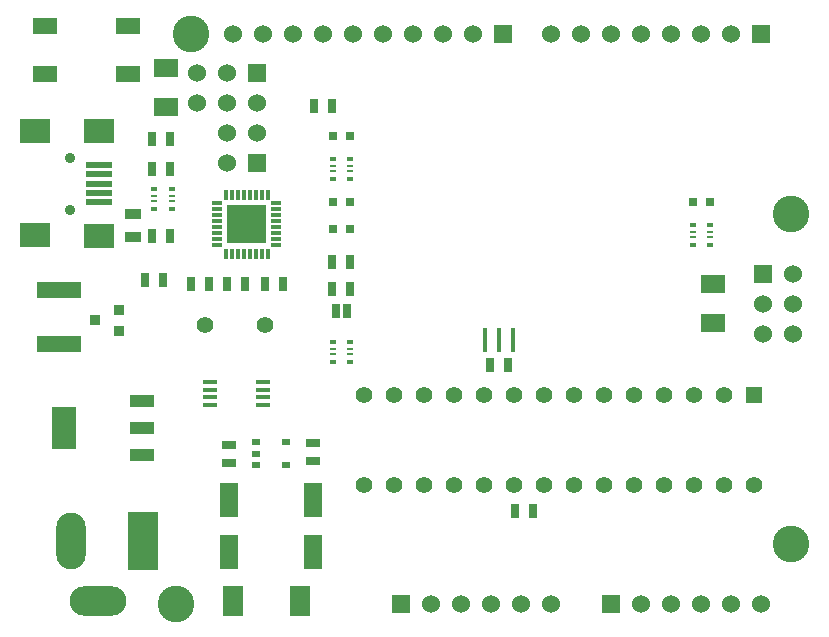
<source format=gts>
G04 (created by PCBNEW (2013-07-07 BZR 4022)-stable) date Sun 28 Jul 2013 01:55:30 PM NZST*
%MOIN*%
G04 Gerber Fmt 3.4, Leading zero omitted, Abs format*
%FSLAX34Y34*%
G01*
G70*
G90*
G04 APERTURE LIST*
%ADD10C,0.00590551*%
%ADD11R,0.06X0.06*%
%ADD12C,0.06*%
%ADD13C,0.0354*%
%ADD14R,0.0984X0.0787*%
%ADD15R,0.0906X0.0197*%
%ADD16R,0.0787402X0.0551181*%
%ADD17R,0.03X0.02*%
%ADD18R,0.08X0.144*%
%ADD19R,0.08X0.04*%
%ADD20R,0.15X0.055*%
%ADD21R,0.08X0.06*%
%ADD22R,0.025X0.045*%
%ADD23R,0.045X0.025*%
%ADD24R,0.0314X0.0314*%
%ADD25C,0.056*%
%ADD26R,0.07X0.1*%
%ADD27C,0.055*%
%ADD28R,0.055X0.055*%
%ADD29R,0.015748X0.0787402*%
%ADD30R,0.063X0.1181*%
%ADD31R,0.05X0.016*%
%ADD32R,0.055X0.035*%
%ADD33R,0.036X0.036*%
%ADD34R,0.019685X0.0167323*%
%ADD35R,0.019685X0.00984252*%
%ADD36O,0.0984252X0.189*%
%ADD37R,0.0984252X0.19685*%
%ADD38O,0.189X0.0984252*%
%ADD39R,0.037874X0.017874*%
%ADD40R,0.017874X0.037874*%
%ADD41R,0.0708661X0.0708661*%
%ADD42C,0.122*%
G04 APERTURE END LIST*
G54D10*
G54D11*
X18200Y-12300D03*
G54D12*
X18200Y-13300D03*
X17200Y-12300D03*
X17200Y-13300D03*
X16200Y-12300D03*
X16200Y-13300D03*
G54D13*
X11950Y-16866D03*
X11950Y-15134D03*
G54D14*
X10769Y-17732D03*
X10769Y-14248D03*
X12934Y-17752D03*
X12934Y-14248D03*
G54D15*
X12934Y-16000D03*
X12934Y-15685D03*
X12934Y-15370D03*
X12934Y-16315D03*
X12934Y-16630D03*
G54D16*
X13877Y-12337D03*
X13877Y-10762D03*
X11122Y-10762D03*
X11122Y-12337D03*
G54D17*
X18150Y-24625D03*
X18150Y-25375D03*
X19150Y-24625D03*
X18150Y-25000D03*
X19150Y-25375D03*
G54D18*
X11750Y-24150D03*
G54D19*
X14350Y-24150D03*
X14350Y-23250D03*
X14350Y-25050D03*
G54D20*
X11600Y-19550D03*
X11600Y-21350D03*
G54D21*
X33400Y-19350D03*
X33400Y-20650D03*
X15150Y-13450D03*
X15150Y-12150D03*
G54D22*
X20700Y-19500D03*
X21300Y-19500D03*
X20700Y-18600D03*
X21300Y-18600D03*
X15300Y-14500D03*
X14700Y-14500D03*
G54D23*
X17250Y-25300D03*
X17250Y-24700D03*
G54D22*
X18450Y-19350D03*
X19050Y-19350D03*
G54D23*
X20050Y-24650D03*
X20050Y-25250D03*
G54D22*
X14450Y-19200D03*
X15050Y-19200D03*
X26800Y-26900D03*
X27400Y-26900D03*
X16600Y-19350D03*
X16000Y-19350D03*
X15300Y-15500D03*
X14700Y-15500D03*
X15300Y-17750D03*
X14700Y-17750D03*
X25950Y-22050D03*
X26550Y-22050D03*
G54D11*
X18200Y-15300D03*
G54D12*
X17200Y-15300D03*
X18200Y-14300D03*
X17200Y-14300D03*
G54D24*
X21295Y-16600D03*
X20705Y-16600D03*
X20705Y-14400D03*
X21295Y-14400D03*
X21295Y-17500D03*
X20705Y-17500D03*
X32705Y-16600D03*
X33295Y-16600D03*
G54D22*
X20812Y-20250D03*
X21187Y-20250D03*
G54D25*
X16450Y-20700D03*
X18450Y-20700D03*
G54D26*
X17370Y-29900D03*
X19630Y-29900D03*
G54D27*
X33750Y-23050D03*
X32750Y-23050D03*
X31750Y-23050D03*
X30750Y-23050D03*
X29750Y-23050D03*
X28750Y-23050D03*
X27750Y-23050D03*
X26750Y-23050D03*
X25750Y-23050D03*
X24750Y-23050D03*
X23750Y-23050D03*
X22750Y-23050D03*
X21750Y-23050D03*
G54D28*
X34750Y-23050D03*
G54D27*
X21750Y-26050D03*
X22750Y-26050D03*
X23750Y-26050D03*
X24750Y-26050D03*
X25750Y-26050D03*
X26750Y-26050D03*
X27750Y-26050D03*
X28750Y-26050D03*
X29750Y-26050D03*
X30750Y-26050D03*
X31750Y-26050D03*
X32750Y-26050D03*
X33750Y-26050D03*
X34750Y-26050D03*
G54D29*
X26250Y-21200D03*
X26722Y-21200D03*
X25777Y-21200D03*
G54D30*
X17250Y-26534D03*
X17250Y-28266D03*
X20050Y-26534D03*
X20050Y-28266D03*
G54D31*
X18375Y-23385D03*
X18375Y-23130D03*
X18375Y-22870D03*
X18375Y-22615D03*
X16625Y-22615D03*
X16625Y-22870D03*
X16625Y-23130D03*
X16625Y-23385D03*
G54D32*
X14050Y-17775D03*
X14050Y-17025D03*
G54D22*
X17800Y-19350D03*
X17200Y-19350D03*
G54D33*
X13600Y-20200D03*
X13600Y-20900D03*
X12800Y-20550D03*
G54D22*
X20100Y-13400D03*
X20700Y-13400D03*
G54D34*
X20704Y-21933D03*
X20704Y-21266D03*
G54D35*
X20704Y-21698D03*
X20704Y-21501D03*
G54D34*
X21295Y-21933D03*
X21295Y-21266D03*
G54D35*
X21295Y-21698D03*
X21295Y-21501D03*
G54D34*
X14754Y-16833D03*
X14754Y-16166D03*
G54D35*
X14754Y-16598D03*
X14754Y-16401D03*
G54D34*
X15345Y-16833D03*
X15345Y-16166D03*
G54D35*
X15345Y-16598D03*
X15345Y-16401D03*
G54D34*
X21295Y-15166D03*
X21295Y-15833D03*
G54D35*
X21295Y-15401D03*
X21295Y-15598D03*
G54D34*
X20704Y-15166D03*
X20704Y-15833D03*
G54D35*
X20704Y-15401D03*
X20704Y-15598D03*
G54D34*
X32704Y-18033D03*
X32704Y-17366D03*
G54D35*
X32704Y-17798D03*
X32704Y-17601D03*
G54D34*
X33295Y-18033D03*
X33295Y-17366D03*
G54D35*
X33295Y-17798D03*
X33295Y-17601D03*
G54D11*
X35000Y-11000D03*
G54D12*
X34000Y-11000D03*
X33000Y-11000D03*
X32000Y-11000D03*
X31000Y-11000D03*
X30000Y-11000D03*
X29000Y-11000D03*
X28000Y-11000D03*
G54D11*
X30000Y-30000D03*
G54D12*
X31000Y-30000D03*
X32000Y-30000D03*
X33000Y-30000D03*
X34000Y-30000D03*
X35000Y-30000D03*
G54D11*
X26400Y-11000D03*
G54D12*
X25400Y-11000D03*
X24400Y-11000D03*
X23400Y-11000D03*
X22400Y-11000D03*
X21400Y-11000D03*
X20400Y-11000D03*
X19400Y-11000D03*
X18400Y-11000D03*
X17400Y-11000D03*
G54D11*
X35050Y-19000D03*
G54D12*
X36050Y-19000D03*
X35050Y-20000D03*
X36050Y-20000D03*
X35050Y-21000D03*
X36050Y-21000D03*
G54D36*
X12000Y-27900D03*
G54D37*
X14400Y-27900D03*
G54D38*
X12900Y-29900D03*
G54D39*
X16866Y-17842D03*
X16866Y-17645D03*
X16866Y-17448D03*
X16866Y-18039D03*
G54D40*
X17161Y-18334D03*
X17358Y-18334D03*
X17555Y-18334D03*
X17752Y-18334D03*
X17948Y-18334D03*
X18145Y-18334D03*
X18342Y-18334D03*
X18539Y-18334D03*
G54D39*
X18834Y-16661D03*
X18834Y-18039D03*
X18834Y-17842D03*
X18834Y-17645D03*
X18834Y-17448D03*
X18834Y-17252D03*
X18834Y-17055D03*
X18834Y-16858D03*
G54D40*
X18539Y-16366D03*
X18342Y-16366D03*
X18145Y-16366D03*
X17948Y-16366D03*
X17752Y-16366D03*
X17555Y-16366D03*
X17358Y-16366D03*
X17161Y-16366D03*
G54D39*
X16866Y-16661D03*
X16866Y-16858D03*
X16866Y-17055D03*
X16866Y-17252D03*
G54D41*
X17535Y-17664D03*
X17535Y-17035D03*
X18164Y-17664D03*
X18164Y-17035D03*
G54D11*
X23000Y-30000D03*
G54D12*
X24000Y-30000D03*
X25000Y-30000D03*
X26000Y-30000D03*
X27000Y-30000D03*
X28000Y-30000D03*
G54D42*
X16000Y-11000D03*
X15500Y-30000D03*
X36000Y-28000D03*
X36000Y-17000D03*
M02*

</source>
